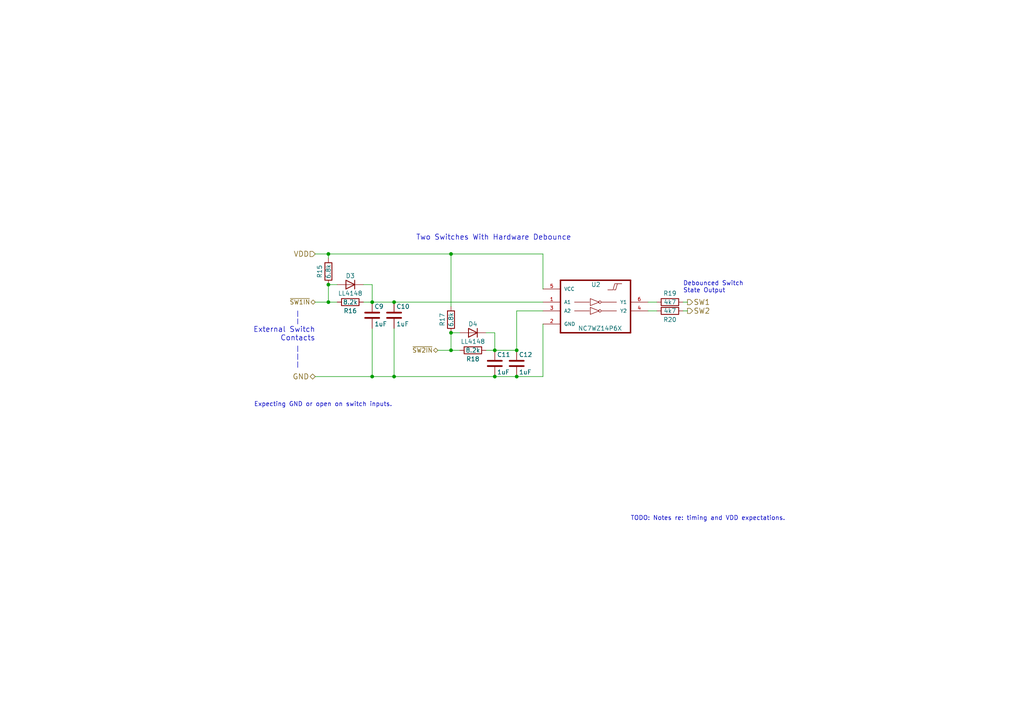
<source format=kicad_sch>
(kicad_sch (version 20211123) (generator eeschema)
  (paper "A4")
  (lib_symbols
    (symbol "Device:C" (pin_numbers hide) (pin_names (offset 0.254))
      (property "Reference" "C" (at 0.635 2.54 0))
      (property "Value" "C" (at 0.635 -2.54 0))
      (symbol "C_0_1"
        (polyline (pts (xy -2.032 -0.762) (xy 2.032 -0.762)) (stroke (width 0.508)))
        (polyline (pts (xy -2.032 0.762) (xy 2.032 0.762)) (stroke (width 0.508)))
      )
      (symbol "C_1_1"
        (pin passive line (at 0 3.81 270) (length 2.794) (name "~") (number "1"))
        (pin passive line (at 0 -3.81 90) (length 2.794) (name "~") (number "2"))
      )
    )
    (symbol "Device:D" (pin_numbers hide) (pin_names (offset 1.016) hide)
      (property "Reference" "D" (at 0 2.54 0))
      (property "Value" "D" (at 0 -2.54 0))
      (symbol "D_0_1"
        (polyline (pts (xy -1.27 1.27) (xy -1.27 -1.27)) (stroke (width 0.254)))
        (polyline (pts (xy 1.27 0) (xy -1.27 0)))
        (polyline (pts (xy 1.27 1.27) (xy 1.27 -1.27) (xy -1.27 0) (xy 1.27 1.27)) (stroke (width 0.254)))
      )
      (symbol "D_1_1"
        (pin passive line (at -3.81 0 0) (length 2.54) (name "K") (number "1"))
        (pin passive line (at 3.81 0 180) (length 2.54) (name "A") (number "2"))
      )
    )
    (symbol "Device:R" (pin_numbers hide) (pin_names (offset 0))
      (property "Reference" "R" (at 2.032 0 90))
      (property "Value" "R" (at 0 0 90))
      (symbol "R_0_1"
        (rectangle (start -1.016 -2.54) (end 1.016 2.54) (stroke (width 0.254)))
      )
      (symbol "R_1_1"
        (pin passive line (at 0 3.81 270) (length 1.27) (name "~") (number "1"))
        (pin passive line (at 0 -3.81 90) (length 1.27) (name "~") (number "2"))
      )
    )
    (symbol "NC7WZ14P6X:NC7WZ14P6X" (pin_names (offset 1.016))
      (property "Reference" "U" (at -1.27 6.35 0))
      (property "Value" "NC7WZ14P6X" (at -5.08 -6.35 0))
      (symbol "NC7WZ14P6X_0_0"
        (polyline (pts (xy -10.16 -7.62) (xy 10.16 -7.62)) (stroke (width 0.4064)))
        (polyline (pts (xy -10.16 7.62) (xy -10.16 -7.62)) (stroke (width 0.4064)))
        (polyline (pts (xy 10.16 -7.62) (xy 10.16 7.62)) (stroke (width 0.4064)))
        (polyline (pts (xy 10.16 7.62) (xy -10.16 7.62)) (stroke (width 0.4064)))
        (pin input line (at -15.24 1.27 0) (length 5.08) (name "A1") (number "1"))
        (pin passive line (at -15.24 -5.08 0) (length 5.08) (name "GND") (number "2"))
        (pin input line (at -15.24 -1.27 0) (length 5.08) (name "A2") (number "3"))
        (pin output line (at 15.24 -1.27 180) (length 5.08) (name "Y2") (number "4"))
        (pin input line (at -15.24 5.08 0) (length 5.08) (name "VCC") (number "5"))
        (pin output line (at 15.24 1.27 180) (length 5.08) (name "Y1") (number "6"))
      )
      (symbol "NC7WZ14P6X_1_1"
        (polyline (pts (xy -6.096 -1.27) (xy -1.778 -1.27)))
        (polyline (pts (xy -6.096 1.27) (xy -1.778 1.27)))
        (polyline (pts (xy 1.016 -1.27) (xy -1.524 -0.254)))
        (polyline (pts (xy 1.016 1.27) (xy -1.524 2.286)))
        (polyline (pts (xy 1.778 -1.27) (xy 6.096 -1.27)))
        (polyline (pts (xy 1.778 1.27) (xy 6.096 1.27)))
        (polyline (pts (xy -1.524 -0.254) (xy -1.524 -2.286) (xy 1.016 -1.27)))
        (polyline (pts (xy -1.524 2.286) (xy -1.524 0.254) (xy 1.016 1.27)))
        (polyline (pts (xy 5.334 4.826) (xy 5.842 4.826) (xy 6.35 6.604)))
        (polyline (pts (xy 7.62 6.604) (xy 5.588 6.604) (xy 5.08 4.826) (xy 3.556 4.826)))
        (circle (center 1.27 -1.27) (radius 0.3592))
        (circle (center 1.27 1.27) (radius 0.3592))
      )
    )
  )
  (junction (at 114.3 87.63))
  (junction (at 107.95 87.63))
  (junction (at 95.25 87.63))
  (junction (at 130.81 96.52))
  (junction (at 149.86 109.22))
  (junction (at 95.25 82.55))
  (junction (at 143.51 101.6))
  (junction (at 95.25 73.66))
  (junction (at 130.81 73.66))
  (junction (at 114.3 109.22))
  (junction (at 107.95 109.22))
  (junction (at 130.81 101.6))
  (junction (at 149.86 101.6))
  (junction (at 143.51 109.22))
  (wire (pts (xy 95.25 82.55) (xy 97.79 82.55)))
  (wire (pts (xy 105.41 82.55) (xy 107.95 82.55)))
  (wire (pts (xy 140.97 96.52) (xy 143.51 96.52)))
  (wire (pts (xy 127 101.6) (xy 130.81 101.6)))
  (wire (pts (xy 91.44 109.22) (xy 107.95 109.22)))
  (wire (pts (xy 198.12 90.17) (xy 199.39 90.17)))
  (wire (pts (xy 114.3 87.63) (xy 157.48 87.63)))
  (wire (pts (xy 157.48 73.66) (xy 157.48 83.82)))
  (polyline (pts (xy 86.36 90.17) (xy 86.36 93.98)))
  (wire (pts (xy 149.86 101.6) (xy 149.86 90.17)))
  (wire (pts (xy 130.81 73.66) (xy 130.81 88.9)))
  (wire (pts (xy 114.3 95.25) (xy 114.3 109.22)))
  (wire (pts (xy 107.95 82.55) (xy 107.95 87.63)))
  (wire (pts (xy 190.5 90.17) (xy 187.96 90.17)))
  (wire (pts (xy 140.97 101.6) (xy 143.51 101.6)))
  (wire (pts (xy 95.25 87.63) (xy 97.79 87.63)))
  (wire (pts (xy 190.5 87.63) (xy 187.96 87.63)))
  (wire (pts (xy 95.25 73.66) (xy 130.81 73.66)))
  (wire (pts (xy 107.95 87.63) (xy 114.3 87.63)))
  (wire (pts (xy 130.81 96.52) (xy 133.35 96.52)))
  (wire (pts (xy 143.51 109.22) (xy 149.86 109.22)))
  (wire (pts (xy 198.12 87.63) (xy 199.39 87.63)))
  (wire (pts (xy 143.51 96.52) (xy 143.51 101.6)))
  (wire (pts (xy 91.44 73.66) (xy 95.25 73.66)))
  (wire (pts (xy 114.3 109.22) (xy 143.51 109.22)))
  (wire (pts (xy 91.44 87.63) (xy 95.25 87.63)))
  (polyline (pts (xy 86.36 100.33) (xy 86.36 106.68)))
  (wire (pts (xy 149.86 109.22) (xy 157.48 109.22)))
  (wire (pts (xy 157.48 93.98) (xy 157.48 109.22)))
  (wire (pts (xy 149.86 90.17) (xy 157.48 90.17)))
  (wire (pts (xy 95.25 73.66) (xy 95.25 74.93)))
  (wire (pts (xy 130.81 101.6) (xy 133.35 101.6)))
  (wire (pts (xy 107.95 109.22) (xy 114.3 109.22)))
  (wire (pts (xy 130.81 73.66) (xy 157.48 73.66)))
  (wire (pts (xy 95.25 82.55) (xy 95.25 87.63)))
  (wire (pts (xy 105.41 87.63) (xy 107.95 87.63)))
  (wire (pts (xy 107.95 95.25) (xy 107.95 109.22)))
  (wire (pts (xy 130.81 96.52) (xy 130.81 101.6)))
  (wire (pts (xy 143.51 101.6) (xy 149.86 101.6)))
  (text "Expecting GND or open on switch inputs." (at 73.66 118.11 0) (effects (font (size 1.27 1.27)) (justify left bottom)))
  (text "External Switch\nContacts" (at 91.44 99.06 180) (effects (font (size 1.524 1.524)) (justify right bottom)))
  (text "Debounced Switch\nState Output" (at 198.12 85.09 0) (effects (font (size 1.27 1.27)) (justify left bottom)))
  (text "TODO: Notes re: timing and VDD expectations." (at 182.88 151.13 0) (effects (font (size 1.27 1.27)) (justify left bottom)))
  (text "Two Switches With Hardware Debounce" (at 120.65 69.85 0) (effects (font (size 1.524 1.524)) (justify left bottom)))
  (hierarchical_label "SW1" (shape output) (at 199.39 87.63 0) (effects (font (size 1.524 1.524))))
  (hierarchical_label "~{SW2IN}" (shape bidirectional) (at 127 101.6 180))
  (hierarchical_label "VDD" (shape input) (at 91.44 73.66 180) (effects (font (size 1.524 1.524))))
  (hierarchical_label "~{SW1IN}" (shape bidirectional) (at 91.44 87.63 180))
  (hierarchical_label "SW2" (shape output) (at 199.39 90.17 0) (effects (font (size 1.524 1.524))))
  (hierarchical_label "GND" (shape bidirectional) (at 91.44 109.22 180) (effects (font (size 1.524 1.524))))
  (symbol (lib_id "Device:R") (at 194.31 90.17 270) (unit 1)
    (property "Reference" "R20" (at 194.31 92.71 90))
    (property "Value" "4k7" (at 194.31 90.17 90))
    (property "Footprint" "Resistor_SMD:R_0603_1608Metric" (effects hide))
  )
  (symbol (lib_id "Device:R") (at 130.81 92.71 180) (unit 1)
    (property "Reference" "R17" (at 128.27 92.71 90))
    (property "Value" "6.8k" (at 130.81 92.71 90))
    (property "Footprint" "Resistor_SMD:R_0603_1608Metric" (effects hide))
  )
  (symbol (lib_id "Device:C") (at 149.86 105.41 0) (unit 1)
    (property "Reference" "C12" (at 150.495 102.87 0) (effects (justify left)))
    (property "Value" "1uF" (at 150.495 107.95 0) (effects (justify left)))
    (property "Footprint" "Capacitor_SMD:C_0603_1608Metric" (effects hide))
  )
  (symbol (lib_id "Device:C") (at 143.51 105.41 0) (unit 1)
    (property "Reference" "C11" (at 144.145 102.87 0) (effects (justify left)))
    (property "Value" "1uF" (at 144.145 107.95 0) (effects (justify left)))
    (property "Footprint" "Capacitor_SMD:C_0603_1608Metric" (effects hide))
  )
  (symbol (lib_id "Device:R") (at 137.16 101.6 270) (unit 1)
    (property "Reference" "R18" (at 137.16 104.14 90))
    (property "Value" "8.2k" (at 137.16 101.6 90))
    (property "Footprint" "Resistor_SMD:R_0603_1608Metric" (effects hide))
  )
  (symbol (lib_id "Device:D") (at 137.16 96.52 180) (unit 1)
    (property "Reference" "D4" (at 137.16 93.98 0))
    (property "Value" "LL4148" (at 137.16 99.06 0))
    (property "Footprint" "Diode_SMD:D_MiniMELF" (effects hide))
  )
  (symbol (lib_id "NC7WZ14P6X:NC7WZ14P6X") (at 172.72 88.9 0) (unit 1)
    (property "Reference" "U2" (at 171.45 82.55 0) (effects (justify left)))
    (property "Value" "NC7WZ14P6X" (at 167.64 95.25 0) (effects (justify left)))
    (property "Footprint" "Package_TO_SOT_SMD:SOT-363_SC-70-6" (effects hide))
  )
  (symbol (lib_id "Device:R") (at 101.6 87.63 270) (unit 1)
    (property "Reference" "R16" (at 101.6 90.17 90))
    (property "Value" "8.2k" (at 101.6 87.63 90))
    (property "Footprint" "Resistor_SMD:R_0603_1608Metric" (effects hide))
  )
  (symbol (lib_id "Device:C") (at 107.95 91.44 0) (unit 1)
    (property "Reference" "C9" (at 108.585 88.9 0) (effects (justify left)))
    (property "Value" "1uF" (at 108.585 93.98 0) (effects (justify left)))
    (property "Footprint" "Capacitor_SMD:C_0603_1608Metric" (effects hide))
  )
  (symbol (lib_id "Device:R") (at 95.25 78.74 180) (unit 1)
    (property "Reference" "R15" (at 92.71 78.74 90))
    (property "Value" "6.8k" (at 95.25 78.74 90))
    (property "Footprint" "Resistor_SMD:R_0603_1608Metric" (effects hide))
  )
  (symbol (lib_id "Device:D") (at 101.6 82.55 180) (unit 1)
    (property "Reference" "D3" (at 101.6 80.01 0))
    (property "Value" "LL4148" (at 101.6 85.09 0))
    (property "Footprint" "Diode_SMD:D_MiniMELF" (effects hide))
  )
  (symbol (lib_id "Device:C") (at 114.3 91.44 0) (unit 1)
    (property "Reference" "C10" (at 114.935 88.9 0) (effects (justify left)))
    (property "Value" "1uF" (at 114.935 93.98 0) (effects (justify left)))
    (property "Footprint" "Capacitor_SMD:C_0603_1608Metric" (effects hide))
  )
  (symbol (lib_id "Device:R") (at 194.31 87.63 270) (unit 1)
    (property "Reference" "R19" (at 194.31 85.09 90))
    (property "Value" "4k7" (at 194.31 87.63 90))
    (property "Footprint" "Resistor_SMD:R_0603_1608Metric" (effects hide))
  )
)
</source>
